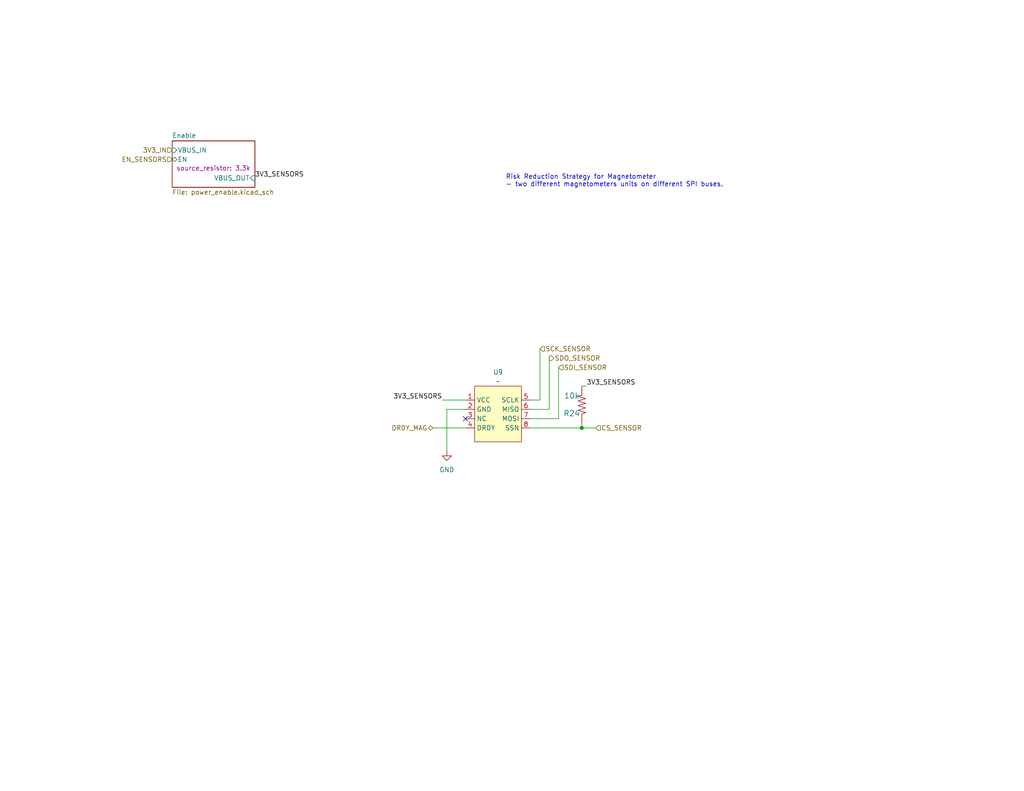
<source format=kicad_sch>
(kicad_sch (version 20231120) (generator "eeschema") (generator_version "8.0")
  (paper "A")
  (title_block (title "√g") (date "2024-08-05") (rev "1.0.1") (company "Stanford Student Space Initiative") (comment 1 "RE: Flynn Dreilinger"))
  (lib_symbols
    (symbol "GND_1" (power) (pin_numbers hide) (pin_names (offset 0) hide)
      (property "Value" "GND" (at 0 -3.81 0))
      (symbol "GND_1_0_1"
        (polyline (pts (xy 0 0) (xy 0 -1.27) (xy 1.27 -1.27) (xy 0 -2.54) (xy -1.27 -1.27) (xy 0 -1.27)))
      )
      (symbol "GND_1_1_1"
        (pin power_in line (at 0 0 270) (length 0) (name "~") (number "1"))
      )
    )
    (symbol "adcs:RM3100-CB_AliExpress"
      (property "Reference" "U" (at -5.842 8.636 0))
      (symbol "RM3100-CB_AliExpress_1_1"
        (rectangle (start -6.35 7.62) (end 6.35 -7.62) (fill (type background)))
        (pin input line (at -8.89 3.81 0) (length 2.54) (name "VCC") (number "1"))
        (pin input line (at -8.89 1.27 0) (length 2.54) (name "GND") (number "2"))
        (pin input line (at -8.89 -1.27 0) (length 2.54) (name "NC") (number "3"))
        (pin input line (at -8.89 -3.81 0) (length 2.54) (name "DRDY") (number "4"))
        (pin input line (at 8.89 3.81 180) (length 2.54) (name "SCLK") (number "5"))
        (pin input line (at 8.89 1.27 180) (length 2.54) (name "MISO") (number "6"))
        (pin input line (at 8.89 -1.27 180) (length 2.54) (name "MOSI") (number "7"))
        (pin input line (at 8.89 -3.81 180) (length 2.54) (name "SSN") (number "8"))
      )
    )
    (symbol "mainboard:R-US_R0603" (pin_names (offset 1.016))
      (property "Reference" "R" (at -3.81 1.4986 0))
      (property "Value" "R-US_R0603" (at -3.81 -3.302 0))
      (symbol "R-US_R0603_1_0"
        (polyline (pts (xy -2.54 0) (xy -2.159 1.016)))
        (polyline (pts (xy -2.159 1.016) (xy -1.524 -1.016)))
        (polyline (pts (xy -1.524 -1.016) (xy -0.889 1.016)))
        (polyline (pts (xy -0.889 1.016) (xy -0.254 -1.016)))
        (polyline (pts (xy -0.254 -1.016) (xy 0.381 1.016)))
        (polyline (pts (xy 0.381 1.016) (xy 1.016 -1.016)))
        (polyline (pts (xy 1.016 -1.016) (xy 1.651 1.016)))
        (polyline (pts (xy 1.651 1.016) (xy 2.286 -1.016)))
        (polyline (pts (xy 2.286 -1.016) (xy 2.54 0)))
        (pin passive line (at -5.08 0 0) (length 2.54) (name "1") (number "1"))
        (pin passive line (at 5.08 0 180) (length 2.54) (name "2") (number "2"))
      )
    )
  )
  (junction (at 158.75 116.84))
  (no_connect (at 127 114.3))
  (wire (pts (xy 120.65 109.22) (xy 127 109.22)))
  (wire (pts (xy 121.92 123.19) (xy 121.92 111.76)))
  (wire (pts (xy 149.86 111.76) (xy 149.86 97.79)))
  (wire (pts (xy 121.92 111.76) (xy 127 111.76)))
  (wire (pts (xy 144.78 114.3) (xy 152.4 114.3)))
  (wire (pts (xy 158.75 105.41) (xy 160.02 105.41)))
  (wire (pts (xy 144.78 111.76) (xy 149.86 111.76)))
  (wire (pts (xy 144.78 116.84) (xy 158.75 116.84)))
  (wire (pts (xy 158.75 115.57) (xy 158.75 116.84)))
  (wire (pts (xy 147.32 109.22) (xy 147.32 95.25)))
  (wire (pts (xy 144.78 109.22) (xy 147.32 109.22)))
  (wire (pts (xy 118.11 116.84) (xy 127 116.84)))
  (wire (pts (xy 158.75 116.84) (xy 162.56 116.84)))
  (wire (pts (xy 152.4 100.33) (xy 152.4 114.3)))
  (text "Risk Reduction Strategy for Magnetometer\n- two different magnetometers units on different SPI buses.\n" (at 137.9728 51.181 0) (effects (font (size 1.27 1.27)) (justify left bottom)))
  (label "3V3_SENSORS" (at 69.5452 48.6156 0))
  (label "3V3_SENSORS" (at 160.02 105.41 0))
  (label "3V3_SENSORS" (at 120.65 109.22 180))
  (hierarchical_label "3V3_IN" (shape input) (at 46.99 40.9956 180))
  (hierarchical_label "SDI_SENSOR" (shape input) (at 152.4 100.33 0))
  (hierarchical_label "DRDY_MAG" (shape bidirectional) (at 118.11 116.84 180))
  (hierarchical_label "SCK_SENSOR" (shape input) (at 147.32 95.25 0))
  (hierarchical_label "CS_SENSOR" (shape input) (at 162.56 116.84 0))
  (hierarchical_label "SDO_SENSOR" (shape output) (at 149.86 97.79 0))
  (hierarchical_label "EN_SENSORS" (shape input) (at 46.99 43.5356 180))
  (symbol (lib_name "GND_1") (lib_id "power:GND") (at 121.92 123.19 0) (unit 1)
    (property "Reference" "#PWR011" (effects (hide yes)))
    (property "Value" "GND" (at 121.92 128.27 0))
    (property "Description" "Power symbol creates a global label with name \"GND\" , ground" (effects (hide yes)))
    (instances (project "" (path "" (reference "#PWR011") (unit 1)) (path "" (reference "#PWR012") (unit 1))))
  )
  (symbol (lib_id "mainboard:R-US_R0603") (at 158.75 110.49 270) (mirror x) (unit 1)
    (property "Reference" "R24" (at 156.0068 112.8776 90) (effects (font (size 1.4986 1.4986))))
    (property "Value" "10k" (at 156.0068 108.0516 90) (effects (font (size 1.4986 1.4986))))
    (property "Footprint" "Resistor_SMD:R_0402_1005Metric" (effects (hide yes)))
    (property "Description" "10k 0603" (effects (hide yes)))
    (property "DNI" "Mixed Values" (effects (hide yes)))
    (instances (project "adcs-hardware" (path "" (reference "R24") (unit 1)) (path "" (reference "R29") (unit 1))) (project "Sensors" (path "" (reference "R?") (unit 1))) (project "sqrt_of_g_temp" (path "" (reference "R6") (unit 1)) (path "" (reference "R11") (unit 1))))
  )
  (symbol (lib_id "adcs:RM3100-CB_AliExpress") (at 135.89 113.03 0) (unit 1)
    (property "Reference" "U9" (at 135.89 101.6 0))
    (property "Value" "~" (at 135.89 104.14 0))
    (property "Footprint" "adcs:RM3100CB" (effects (hide yes)))
    (instances (project "" (path "" (reference "U9") (unit 1)) (path "" (reference "U10") (unit 1))))
  )
  (sheet (at 46.99 38.4556) (size 22.5552 12.7) (stroke (width 0.1524))
    (property "Sheetname" "Enable" (at 46.99 37.744 0) (effects (justify left bottom)))
    (property "Sheetfile" "power_enable.kicad_sch" (at 46.99 51.7402 0) (effects (justify left top)))
    (property "source_resistor" "3.3k" (at 58.2168 45.8978 0) (show_name yes))
    (pin "VBUS_IN" input (at 46.99 40.9956 180))
    (pin "EN" bidirectional (at 46.99 43.5356 180))
    (pin "VBUS_OUT" input (at 69.5452 48.6156 0))
  )
)
</source>
